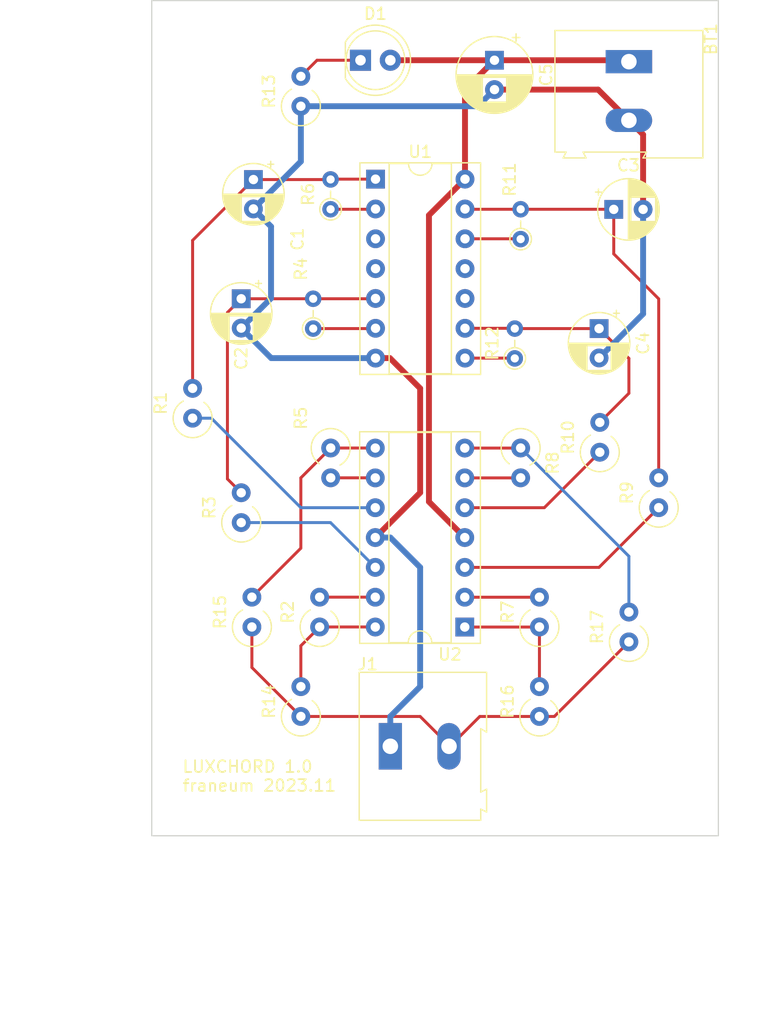
<source format=kicad_pcb>
(kicad_pcb (version 20211014) (generator pcbnew)
  (layers (0 "F.Cu" signal) (31 "B.Cu" signal) (34 "B.Paste" user) (35 "F.Paste" user) (36 "B.SilkS" user "B.Silkscreen") (37 "F.SilkS" user "F.Silkscreen") (38 "B.Mask" user) (39 "F.Mask" user) (44 "Edge.Cuts" user))
  (net 0 "")
  (net 1 "Net-(C1-Pad1)")
  (net 2 "Net-(C2-Pad1)")
  (net 3 "Net-(C3-Pad1)")
  (net 4 "Net-(C4-Pad1)")
  (net 5 "Net-(R14-Pad2)")
  (net 6 "Net-(R15-Pad2)")
  (net 7 "Net-(R16-Pad2)")
  (net 8 "Net-(R17-Pad2)")
  (net 9 "OUT")
  (net 10 "Net-(R2-Pad2)")
  (net 11 "Net-(R3-Pad1)")
  (net 12 "Net-(R1-Pad1)")
  (net 13 "Net-(R4-Pad1)")
  (net 14 "Net-(R5-Pad2)")
  (net 15 "VCC")
  (net 16 "Net-(R6-Pad1)")
  (net 17 "Earth")
  (net 18 "Net-(R7-Pad2)")
  (net 19 "Net-(R8-Pad2)")
  (net 20 "Net-(R9-Pad1)")
  (net 21 "Net-(R10-Pad1)")
  (net 22 "Net-(R11-Pad1)")
  (net 23 "Net-(R12-Pad1)")
  (net 24 "Net-(D1-Pad1)")
  (footprint "Resistor_THT:R_Axial_DIN0204_L3.6mm_D1.6mm_P2.54mm_Vertical" (layer "F.Cu") (at 105.08 78.73 90)
    (fp_text reference "R11" (at 5.07 -0.94 90) (layer "F.SilkS"))
    (fp_text value "R_Photo")
    (pad "1" thru_hole circle (at 0 0 90) (size 1.4 1.4) (drill 0.7) (layers *.Cu *.Mask) (net 22 "Net-(R11-Pad1)"))
    (pad "2" thru_hole oval (at 2.54 0 90) (size 1.4 1.4) (drill 0.7) (layers *.Cu *.Mask) (net 3 "Net-(C3-Pad1)"))
  )
  (footprint "Resistor_THT:R_Axial_DIN0309_L9.0mm_D3.2mm_P2.54mm_Vertical" (layer "F.Cu") (at 77.14 93.98 90)
    (fp_text reference "R1" (at 1.27 -2.72 90) (layer "F.SilkS"))
    (fp_text value "100k")
    (pad "1" thru_hole circle (at 0 0 90) (size 1.6 1.6) (drill 0.8) (layers *.Cu *.Mask) (net 12 "Net-(R1-Pad1)"))
    (pad "2" thru_hole oval (at 2.54 0 90) (size 1.6 1.6) (drill 0.8) (layers *.Cu *.Mask) (net 1 "Net-(C1-Pad1)"))
  )
  (footprint "TerminalBlock:TerminalBlock_Altech_AK300-2_P5.00mm" (layer "F.Cu") (at 114.3 63.62 -90)
    (fp_text reference "BT1" (at -1.92 -6.99 90) (layer "F.SilkS"))
    (fp_text value "Battery_Cell" hide)
    (pad "1" thru_hole rect (at 0 0 270) (size 1.98 3.96) (drill 1.32) (layers *.Cu *.Mask) (net 15 "VCC"))
    (pad "2" thru_hole oval (at 5 0 270) (size 1.98 3.96) (drill 1.32) (layers *.Cu *.Mask) (net 17 "Earth"))
  )
  (footprint "Resistor_THT:R_Axial_DIN0309_L9.0mm_D3.2mm_P2.54mm_Vertical" (layer "F.Cu") (at 116.84 101.6 90)
    (fp_text reference "R9" (at 1.27 -2.72 90) (layer "F.SilkS"))
    (fp_text value "100k")
    (pad "1" thru_hole circle (at 0 0 90) (size 1.6 1.6) (drill 0.8) (layers *.Cu *.Mask) (net 20 "Net-(R9-Pad1)"))
    (pad "2" thru_hole oval (at 2.54 0 90) (size 1.6 1.6) (drill 0.8) (layers *.Cu *.Mask) (net 3 "Net-(C3-Pad1)"))
  )
  (footprint "Resistor_THT:R_Axial_DIN0309_L9.0mm_D3.2mm_P2.54mm_Vertical" (layer "F.Cu") (at 106.68 119.38 90)
    (fp_text reference "R16" (at 1.27 -2.72 90) (layer "F.SilkS"))
    (fp_text value "1k")
    (pad "1" thru_hole circle (at 0 0 90) (size 1.6 1.6) (drill 0.8) (layers *.Cu *.Mask) (net 9 "OUT"))
    (pad "2" thru_hole oval (at 2.54 0 90) (size 1.6 1.6) (drill 0.8) (layers *.Cu *.Mask) (net 7 "Net-(R16-Pad2)"))
  )
  (footprint "Capacitor_THT:CP_Radial_D5.0mm_P2.50mm" (layer "F.Cu") (at 111.76 86.35 -90)
    (fp_text reference "C4" (at 1.25 -3.75 90) (layer "F.SilkS"))
    (fp_text value "22u")
    (pad "1" thru_hole rect (at 0 0 270) (size 1.6 1.6) (drill 0.8) (layers *.Cu *.Mask) (net 4 "Net-(C4-Pad1)"))
    (pad "2" thru_hole circle (at 2.5 0 270) (size 1.6 1.6) (drill 0.8) (layers *.Cu *.Mask) (net 17 "Earth"))
  )
  (footprint "Package_DIP:DIP-14_W7.62mm_Socket" (layer "F.Cu") (at 92.72 73.625)
    (fp_text reference "U1" (at 3.81 -2.33) (layer "F.SilkS"))
    (fp_text value "40106")
    (pad "1" thru_hole rect (at 0 0) (size 1.6 1.6) (drill 0.8) (layers *.Cu *.Mask) (net 1 "Net-(C1-Pad1)"))
    (pad "2" thru_hole oval (at 0 2.54) (size 1.6 1.6) (drill 0.8) (layers *.Cu *.Mask) (net 16 "Net-(R6-Pad1)"))
    (pad "3" thru_hole oval (at 0 5.08) (size 1.6 1.6) (drill 0.8) (layers *.Cu *.Mask))
    (pad "4" thru_hole oval (at 0 7.62) (size 1.6 1.6) (drill 0.8) (layers *.Cu *.Mask))
    (pad "5" thru_hole oval (at 0 10.16) (size 1.6 1.6) (drill 0.8) (layers *.Cu *.Mask) (net 2 "Net-(C2-Pad1)"))
    (pad "6" thru_hole oval (at 0 12.7) (size 1.6 1.6) (drill 0.8) (layers *.Cu *.Mask) (net 13 "Net-(R4-Pad1)"))
    (pad "7" thru_hole oval (at 0 15.24) (size 1.6 1.6) (drill 0.8) (layers *.Cu *.Mask) (net 17 "Earth"))
    (pad "8" thru_hole oval (at 7.62 15.24) (size 1.6 1.6) (drill 0.8) (layers *.Cu *.Mask) (net 23 "Net-(R12-Pad1)"))
    (pad "9" thru_hole oval (at 7.62 12.7) (size 1.6 1.6) (drill 0.8) (layers *.Cu *.Mask) (net 4 "Net-(C4-Pad1)"))
    (pad "10" thru_hole oval (at 7.62 10.16) (size 1.6 1.6) (drill 0.8) (layers *.Cu *.Mask))
    (pad "11" thru_hole oval (at 7.62 7.62) (size 1.6 1.6) (drill 0.8) (layers *.Cu *.Mask))
    (pad "12" thru_hole oval (at 7.62 5.08) (size 1.6 1.6) (drill 0.8) (layers *.Cu *.Mask) (net 22 "Net-(R11-Pad1)"))
    (pad "13" thru_hole oval (at 7.62 2.54) (size 1.6 1.6) (drill 0.8) (layers *.Cu *.Mask) (net 3 "Net-(C3-Pad1)"))
    (pad "14" thru_hole oval (at 7.62 0) (size 1.6 1.6) (drill 0.8) (layers *.Cu *.Mask) (net 15 "VCC"))
  )
  (footprint "Resistor_THT:R_Axial_DIN0309_L9.0mm_D3.2mm_P2.54mm_Vertical" (layer "F.Cu") (at 81.28 102.87 90)
    (fp_text reference "R3" (at 1.27 -2.72 90) (layer "F.SilkS"))
    (fp_text value "100k")
    (pad "1" thru_hole circle (at 0 0 90) (size 1.6 1.6) (drill 0.8) (layers *.Cu *.Mask) (net 11 "Net-(R3-Pad1)"))
    (pad "2" thru_hole oval (at 2.54 0 90) (size 1.6 1.6) (drill 0.8) (layers *.Cu *.Mask) (net 2 "Net-(C2-Pad1)"))
  )
  (footprint "Capacitor_THT:CP_Radial_D5.0mm_P2.50mm" (layer "F.Cu") (at 113.01 76.2)
    (fp_text reference "C3" (at 1.25 -3.75) (layer "F.SilkS"))
    (fp_text value "22u")
    (pad "1" thru_hole rect (at 0 0) (size 1.6 1.6) (drill 0.8) (layers *.Cu *.Mask) (net 3 "Net-(C3-Pad1)"))
    (pad "2" thru_hole circle (at 2.5 0) (size 1.6 1.6) (drill 0.8) (layers *.Cu *.Mask) (net 17 "Earth"))
  )
  (footprint "Capacitor_THT:CP_Radial_D5.0mm_P2.50mm" (layer "F.Cu") (at 82.32 73.66 -90)
    (fp_text reference "C1" (at 5.08 -3.75 90) (layer "F.SilkS"))
    (fp_text value "22u")
    (pad "1" thru_hole rect (at 0 0 270) (size 1.6 1.6) (drill 0.8) (layers *.Cu *.Mask) (net 1 "Net-(C1-Pad1)"))
    (pad "2" thru_hole circle (at 2.5 0 270) (size 1.6 1.6) (drill 0.8) (layers *.Cu *.Mask) (net 17 "Earth"))
  )
  (footprint "Capacitor_THT:CP_Radial_D5.0mm_P2.50mm" (layer "F.Cu") (at 81.28 83.81 -90)
    (fp_text reference "C2" (at 5.09 0 -270) (layer "F.SilkS"))
    (fp_text value "22u")
    (pad "1" thru_hole rect (at 0 0 270) (size 1.6 1.6) (drill 0.8) (layers *.Cu *.Mask) (net 2 "Net-(C2-Pad1)"))
    (pad "2" thru_hole circle (at 2.5 0 270) (size 1.6 1.6) (drill 0.8) (layers *.Cu *.Mask) (net 17 "Earth"))
  )
  (footprint "LED_THT:LED_D5.0mm_Clear" (layer "F.Cu") (at 91.44 63.5)
    (fp_text reference "D1" (at 1.27 -3.96) (layer "F.SilkS"))
    (fp_text value "LED")
    (pad "1" thru_hole rect (at 0 0) (size 1.8 1.8) (drill 0.9) (layers *.Cu *.Mask) (net 24 "Net-(D1-Pad1)"))
    (pad "2" thru_hole circle (at 2.54 0) (size 1.8 1.8) (drill 0.9) (layers *.Cu *.Mask) (net 15 "VCC"))
  )
  (footprint "Resistor_THT:R_Axial_DIN0309_L9.0mm_D3.2mm_P2.54mm_Vertical" (layer "F.Cu") (at 105.08 96.52 -90)
    (fp_text reference "R8" (at 1.27 -2.72 90) (layer "F.SilkS"))
    (fp_text value "100k")
    (pad "1" thru_hole circle (at 0 0 270) (size 1.6 1.6) (drill 0.8) (layers *.Cu *.Mask) (net 8 "Net-(R17-Pad2)"))
    (pad "2" thru_hole oval (at 2.54 0 270) (size 1.6 1.6) (drill 0.8) (layers *.Cu *.Mask) (net 19 "Net-(R8-Pad2)"))
  )
  (footprint "Capacitor_THT:CP_Radial_D6.3mm_P2.50mm" (layer "F.Cu") (at 102.85 63.5 -90)
    (fp_text reference "C5" (at 1.25 -4.4 90) (layer "F.SilkS"))
    (fp_text value "220u")
    (pad "1" thru_hole rect (at 0 0 270) (size 1.6 1.6) (drill 0.8) (layers *.Cu *.Mask) (net 15 "VCC"))
    (pad "2" thru_hole circle (at 2.5 0 270) (size 1.6 1.6) (drill 0.8) (layers *.Cu *.Mask) (net 17 "Earth"))
  )
  (footprint "Resistor_THT:R_Axial_DIN0309_L9.0mm_D3.2mm_P2.54mm_Vertical" (layer "F.Cu") (at 86.36 67.415859 90)
    (fp_text reference "R13" (at 1.27 -2.72 90) (layer "F.SilkS"))
    (fp_text value "1k")
    (pad "1" thru_hole circle (at 0 0 90) (size 1.6 1.6) (drill 0.8) (layers *.Cu *.Mask) (net 17 "Earth"))
    (pad "2" thru_hole oval (at 2.54 0 90) (size 1.6 1.6) (drill 0.8) (layers *.Cu *.Mask) (net 24 "Net-(D1-Pad1)"))
  )
  (footprint "Resistor_THT:R_Axial_DIN0309_L9.0mm_D3.2mm_P2.54mm_Vertical" (layer "F.Cu") (at 106.68 111.76 90)
    (fp_text reference "R7" (at 1.27 -2.72 90) (layer "F.SilkS"))
    (fp_text value "100k")
    (pad "1" thru_hole circle (at 0 0 90) (size 1.6 1.6) (drill 0.8) (layers *.Cu *.Mask) (net 7 "Net-(R16-Pad2)"))
    (pad "2" thru_hole oval (at 2.54 0 90) (size 1.6 1.6) (drill 0.8) (layers *.Cu *.Mask) (net 18 "Net-(R7-Pad2)"))
  )
  (footprint "Resistor_THT:R_Axial_DIN0204_L3.6mm_D1.6mm_P2.54mm_Vertical" (layer "F.Cu") (at 88.89 76.19 90)
    (fp_text reference "R6" (at 1.27 -1.92 90) (layer "F.SilkS"))
    (fp_text value "R_Photo")
    (pad "1" thru_hole circle (at 0 0 90) (size 1.4 1.4) (drill 0.7) (layers *.Cu *.Mask) (net 16 "Net-(R6-Pad1)"))
    (pad "2" thru_hole oval (at 2.54 0 90) (size 1.4 1.4) (drill 0.7) (layers *.Cu *.Mask) (net 1 "Net-(C1-Pad1)"))
  )
  (footprint "MountingHole:MountingHole_3.2mm_M3" (layer "F.Cu") (at 78.74 63.5)
    (fp_text reference "" (at 0 -4.2) (layer "F.SilkS"))
    (fp_text value "MountingHole_3.2mm_M3")
    (pad "" np_thru_hole circle (at 0 0) (size 3.2 3.2) (drill 3.2) (layers *.Cu *.Mask))
  )
  (footprint "Resistor_THT:R_Axial_DIN0204_L3.6mm_D1.6mm_P2.54mm_Vertical" (layer "F.Cu") (at 87.41 86.35 90)
    (fp_text reference "R4" (at 5.07 -1.05 90) (layer "F.SilkS"))
    (fp_text value "R_Photo")
    (pad "1" thru_hole circle (at 0 0 90) (size 1.4 1.4) (drill 0.7) (layers *.Cu *.Mask) (net 13 "Net-(R4-Pad1)"))
    (pad "2" thru_hole oval (at 2.54 0 90) (size 1.4 1.4) (drill 0.7) (layers *.Cu *.Mask) (net 2 "Net-(C2-Pad1)"))
  )
  (footprint "Resistor_THT:R_Axial_DIN0309_L9.0mm_D3.2mm_P2.54mm_Vertical" (layer "F.Cu") (at 87.96 111.76 90)
    (fp_text reference "R2" (at 1.27 -2.72 90) (layer "F.SilkS"))
    (fp_text value "100k")
    (pad "1" thru_hole circle (at 0 0 90) (size 1.6 1.6) (drill 0.8) (layers *.Cu *.Mask) (net 5 "Net-(R14-Pad2)"))
    (pad "2" thru_hole oval (at 2.54 0 90) (size 1.6 1.6) (drill 0.8) (layers *.Cu *.Mask) (net 10 "Net-(R2-Pad2)"))
  )
  (footprint "MountingHole:MountingHole_3.2mm_M3" (layer "F.Cu") (at 116.84 124.46)
    (fp_text reference "" (at -55.88 20.85) (layer "F.SilkS"))
    (fp_text value "MountingHole_3.2mm_M3")
    (pad "" np_thru_hole circle (at 0 0) (size 3.2 3.2) (drill 3.2) (layers *.Cu *.Mask))
  )
  (footprint "Package_DIP:DIP-14_W7.62mm_Socket" (layer "F.Cu") (at 100.32 111.765 180)
    (fp_text reference "U2" (at 1.26 -2.33) (layer "F.SilkS"))
    (fp_text value "LM324")
    (pad "1" thru_hole rect (at 0 0 180) (size 1.6 1.6) (drill 0.8) (layers *.Cu *.Mask) (net 7 "Net-(R16-Pad2)"))
    (pad "2" thru_hole oval (at 0 2.54 180) (size 1.6 1.6) (drill 0.8) (layers *.Cu *.Mask) (net 18 "Net-(R7-Pad2)"))
    (pad "3" thru_hole oval (at 0 5.08 180) (size 1.6 1.6) (drill 0.8) (layers *.Cu *.Mask) (net 20 "Net-(R9-Pad1)"))
    (pad "4" thru_hole oval (at 0 7.62 180) (size 1.6 1.6) (drill 0.8) (layers *.Cu *.Mask) (net 15 "VCC"))
    (pad "5" thru_hole oval (at 0 10.16 180) (size 1.6 1.6) (drill 0.8) (layers *.Cu *.Mask) (net 21 "Net-(R10-Pad1)"))
    (pad "6" thru_hole oval (at 0 12.7 180) (size 1.6 1.6) (drill 0.8) (layers *.Cu *.Mask) (net 19 "Net-(R8-Pad2)"))
    (pad "7" thru_hole oval (at 0 15.24 180) (size 1.6 1.6) (drill 0.8) (layers *.Cu *.Mask) (net 8 "Net-(R17-Pad2)"))
    (pad "8" thru_hole oval (at 7.62 15.24 180) (size 1.6 1.6) (drill 0.8) (layers *.Cu *.Mask) (net 6 "Net-(R15-Pad2)"))
    (pad "9" thru_hole oval (at 7.62 12.7 180) (size 1.6 1.6) (drill 0.8) (layers *.Cu *.Mask) (net 14 "Net-(R5-Pad2)"))
    (pad "10" thru_hole oval (at 7.62 10.16 180) (size 1.6 1.6) (drill 0.8) (layers *.Cu *.Mask) (net 12 "Net-(R1-Pad1)"))
    (pad "11" thru_hole oval (at 7.62 7.62 180) (size 1.6 1.6) (drill 0.8) (layers *.Cu *.Mask) (net 17 "Earth"))
    (pad "12" thru_hole oval (at 7.62 5.08 180) (size 1.6 1.6) (drill 0.8) (layers *.Cu *.Mask) (net 11 "Net-(R3-Pad1)"))
    (pad "13" thru_hole oval (at 7.62 2.54 180) (size 1.6 1.6) (drill 0.8) (layers *.Cu *.Mask) (net 10 "Net-(R2-Pad2)"))
    (pad "14" thru_hole oval (at 7.62 0 180) (size 1.6 1.6) (drill 0.8) (layers *.Cu *.Mask) (net 5 "Net-(R14-Pad2)"))
  )
  (footprint "Resistor_THT:R_Axial_DIN0309_L9.0mm_D3.2mm_P2.54mm_Vertical" (layer "F.Cu") (at 111.82138 96.878865 90)
    (fp_text reference "R10" (at 1.27 -2.72 90) (layer "F.SilkS"))
    (fp_text value "100k")
    (pad "1" thru_hole circle (at 0 0 90) (size 1.6 1.6) (drill 0.8) (layers *.Cu *.Mask) (net 21 "Net-(R10-Pad1)"))
    (pad "2" thru_hole oval (at 2.54 0 90) (size 1.6 1.6) (drill 0.8) (layers *.Cu *.Mask) (net 4 "Net-(C4-Pad1)"))
  )
  (footprint "Resistor_THT:R_Axial_DIN0309_L9.0mm_D3.2mm_P2.54mm_Vertical" (layer "F.Cu") (at 86.36 119.38 90)
    (fp_text reference "R14" (at 1.27 -2.72 90) (layer "F.SilkS"))
    (fp_text value "1k")
    (pad "1" thru_hole circle (at 0 0 90) (size 1.6 1.6) (drill 0.8) (layers *.Cu *.Mask) (net 9 "OUT"))
    (pad "2" thru_hole oval (at 2.54 0 90) (size 1.6 1.6) (drill 0.8) (layers *.Cu *.Mask) (net 5 "Net-(R14-Pad2)"))
  )
  (footprint "Resistor_THT:R_Axial_DIN0204_L3.6mm_D1.6mm_P2.54mm_Vertical" (layer "F.Cu") (at 104.58 88.89 90)
    (fp_text reference "R12" (at 1.27 -1.92 90) (layer "F.SilkS"))
    (fp_text value "R_Photo")
    (pad "1" thru_hole circle (at 0 0 90) (size 1.4 1.4) (drill 0.7) (layers *.Cu *.Mask) (net 23 "Net-(R12-Pad1)"))
    (pad "2" thru_hole oval (at 2.54 0 90) (size 1.4 1.4) (drill 0.7) (layers *.Cu *.Mask) (net 4 "Net-(C4-Pad1)"))
  )
  (footprint "Resistor_THT:R_Axial_DIN0309_L9.0mm_D3.2mm_P2.54mm_Vertical" (layer "F.Cu") (at 82.19 111.76 90)
    (fp_text reference "R15" (at 1.27 -2.72 90) (layer "F.SilkS"))
    (fp_text value "1k")
    (pad "1" thru_hole circle (at 0 0 90) (size 1.6 1.6) (drill 0.8) (layers *.Cu *.Mask) (net 9 "OUT"))
    (pad "2" thru_hole oval (at 2.54 0 90) (size 1.6 1.6) (drill 0.8) (layers *.Cu *.Mask) (net 6 "Net-(R15-Pad2)"))
  )
  (footprint "Resistor_THT:R_Axial_DIN0309_L9.0mm_D3.2mm_P2.54mm_Vertical" (layer "F.Cu") (at 88.9 96.52 -90)
    (fp_text reference "R5" (at -2.54 2.54 90) (layer "F.SilkS"))
    (fp_text value "100k")
    (pad "1" thru_hole circle (at 0 0 270) (size 1.6 1.6) (drill 0.8) (layers *.Cu *.Mask) (net 6 "Net-(R15-Pad2)"))
    (pad "2" thru_hole oval (at 2.54 0 270) (size 1.6 1.6) (drill 0.8) (layers *.Cu *.Mask) (net 14 "Net-(R5-Pad2)"))
  )
  (footprint "TerminalBlock:TerminalBlock_Altech_AK300-2_P5.00mm" (layer "F.Cu") (at 93.98 121.92)
    (fp_text reference "J1" (at -1.92 -6.99) (layer "F.SilkS"))
    (fp_text value "Screw_Terminal_01x02" hide)
    (pad "1" thru_hole rect (at 0 0) (size 1.98 3.96) (drill 1.32) (layers *.Cu *.Mask) (net 17 "Earth"))
    (pad "2" thru_hole oval (at 5 0) (size 1.98 3.96) (drill 1.32) (layers *.Cu *.Mask) (net 9 "OUT"))
  )
  (footprint "Resistor_THT:R_Axial_DIN0309_L9.0mm_D3.2mm_P2.54mm_Vertical" (layer "F.Cu") (at 114.3 113.03 90)
    (fp_text reference "R17" (at 1.27 -2.72 90) (layer "F.SilkS"))
    (fp_text value "1k")
    (pad "1" thru_hole circle (at 0 0 90) (size 1.6 1.6) (drill 0.8) (layers *.Cu *.Mask) (net 9 "OUT"))
    (pad "2" thru_hole oval (at 2.54 0 90) (size 1.6 1.6) (drill 0.8) (layers *.Cu *.Mask) (net 8 "Net-(R17-Pad2)"))
  )
  (gr_rect (start 73.66 58.42) (end 121.92 129.54) (layer "Edge.Cuts") (width 0.1) (fill none))
  (gr_text "LUXCHORD 1.0\nfraneum 2023.11" (at 76.2 124.46) (layer "F.SilkS") (effects (font (size 1 1)) (justify left)))
  (segment (start 88.88 73.66) (end 88.89 73.65) (width 0.25) (layer "F.Cu") (net 1))
  (segment (start 92.72 73.625) (end 88.915 73.625) (width 0.25) (layer "F.Cu") (net 1))
  (segment (start 77.14 78.84) (end 77.14 91.44) (width 0.25) (layer "F.Cu") (net 1))
  (segment (start 88.915 73.625) (end 88.89 73.65) (width 0.25) (layer "F.Cu") (net 1))
  (segment (start 82.32 73.66) (end 77.14 78.84) (width 0.25) (layer "F.Cu") (net 1))
  (segment (start 82.32 73.66) (end 88.88 73.66) (width 0.25) (layer "F.Cu") (net 1))
  (segment (start 81.28 83.81) (end 87.41 83.81) (width 0.25) (layer "F.Cu") (net 2))
  (segment (start 92.695 83.81) (end 92.72 83.785) (width 0.25) (layer "F.Cu") (net 2))
  (segment (start 80.105 84.985) (end 80.105 99.155) (width 0.25) (layer "F.Cu") (net 2))
  (segment (start 81.28 83.81) (end 80.105 84.985) (width 0.25) (layer "F.Cu") (net 2))
  (segment (start 87.41 83.81) (end 92.695 83.81) (width 0.25) (layer "F.Cu") (net 2))
  (segment (start 80.105 99.155) (end 81.28 100.33) (width 0.25) (layer "F.Cu") (net 2))
  (segment (start 100.365 76.19) (end 100.34 76.165) (width 0.25) (layer "F.Cu") (net 3))
  (segment (start 113.01 79.99) (end 116.84 83.82) (width 0.25) (layer "F.Cu") (net 3))
  (segment (start 105.08 76.19) (end 113 76.19) (width 0.25) (layer "F.Cu") (net 3))
  (segment (start 113.01 76.2) (end 113.01 79.99) (width 0.25) (layer "F.Cu") (net 3))
  (segment (start 113 76.19) (end 113.01 76.2) (width 0.25) (layer "F.Cu") (net 3))
  (segment (start 105.08 76.19) (end 100.365 76.19) (width 0.25) (layer "F.Cu") (net 3))
  (segment (start 116.84 83.82) (end 116.84 99.06) (width 0.25) (layer "F.Cu") (net 3))
  (segment (start 114.3 91.860245) (end 111.82138 94.338865) (width 0.25) (layer "F.Cu") (net 4))
  (segment (start 111.76 86.35) (end 114.3 88.89) (width 0.25) (layer "F.Cu") (net 4))
  (segment (start 114.3 88.89) (end 114.3 91.860245) (width 0.25) (layer "F.Cu") (net 4))
  (segment (start 104.555 86.325) (end 104.58 86.35) (width 0.25) (layer "F.Cu") (net 4))
  (segment (start 111.76 86.35) (end 104.58 86.35) (width 0.25) (layer "F.Cu") (net 4))
  (segment (start 100.34 86.325) (end 104.555 86.325) (width 0.25) (layer "F.Cu") (net 4))
  (segment (start 86.36 116.84) (end 86.36 113.36) (width 0.25) (layer "F.Cu") (net 5))
  (segment (start 92.695 111.76) (end 92.7 111.765) (width 0.25) (layer "F.Cu") (net 5))
  (segment (start 87.96 111.76) (end 92.695 111.76) (width 0.25) (layer "F.Cu") (net 5))
  (segment (start 86.36 113.36) (end 87.96 111.76) (width 0.25) (layer "F.Cu") (net 5))
  (segment (start 92.695 96.52) (end 92.7 96.525) (width 0.25) (layer "F.Cu") (net 6))
  (segment (start 86.36 99.06) (end 88.9 96.52) (width 0.25) (layer "F.Cu") (net 6))
  (segment (start 88.9 96.52) (end 92.695 96.52) (width 0.25) (layer "F.Cu") (net 6))
  (segment (start 86.36 105.05) (end 86.36 99.06) (width 0.25) (layer "F.Cu") (net 6))
  (segment (start 82.19 109.22) (end 86.36 105.05) (width 0.25) (layer "F.Cu") (net 6))
  (segment (start 100.32 111.765) (end 106.675 111.765) (width 0.25) (layer "F.Cu") (net 7))
  (segment (start 106.675 111.765) (end 106.68 111.76) (width 0.25) (layer "F.Cu") (net 7))
  (segment (start 106.68 116.84) (end 106.68 111.76) (width 0.25) (layer "F.Cu") (net 7))
  (segment (start 100.32 96.525) (end 105.075 96.525) (width 0.25) (layer "F.Cu") (net 8))
  (segment (start 105.075 96.525) (end 105.08 96.52) (width 0.25) (layer "F.Cu") (net 8))
  (segment (start 114.3 105.74) (end 114.3 110.49) (width 0.25) (layer "B.Cu") (net 8))
  (segment (start 105.08 96.52) (end 114.3 105.74) (width 0.25) (layer "B.Cu") (net 8))
  (segment (start 99.06 121.92) (end 101.6 119.38) (width 0.25) (layer "F.Cu") (net 9))
  (segment (start 82.19 115.21) (end 86.36 119.38) (width 0.25) (layer "F.Cu") (net 9))
  (segment (start 98.98 121.84) (end 98.98 121.92) (width 0.25) (layer "F.Cu") (net 9))
  (segment (start 106.68 119.38) (end 107.95 119.38) (width 0.25) (layer "F.Cu") (net 9))
  (segment (start 107.95 119.38) (end 114.3 113.03) (width 0.25) (layer "F.Cu") (net 9))
  (segment (start 86.36 119.38) (end 96.52 119.38) (width 0.25) (layer "F.Cu") (net 9))
  (segment (start 96.52 119.38) (end 98.98 121.84) (width 0.25) (layer "F.Cu") (net 9))
  (segment (start 82.19 111.76) (end 82.19 115.21) (width 0.25) (layer "F.Cu") (net 9))
  (segment (start 101.6 119.38) (end 106.68 119.38) (width 0.25) (layer "F.Cu") (net 9))
  (segment (start 98.98 121.92) (end 99.06 121.92) (width 0.25) (layer "F.Cu") (net 9))
  (segment (start 92.695 109.22) (end 92.7 109.225) (width 0.25) (layer "F.Cu") (net 10))
  (segment (start 87.96 109.22) (end 92.695 109.22) (width 0.25) (layer "F.Cu") (net 10))
  (segment (start 81.28 102.87) (end 88.885 102.87) (width 0.25) (layer "B.Cu") (net 11))
  (segment (start 88.885 102.87) (end 92.7 106.685) (width 0.25) (layer "B.Cu") (net 11))
  (segment (start 78.74 93.98) (end 86.365 101.605) (width 0.25) (layer "B.Cu") (net 12))
  (segment (start 86.365 101.605) (end 92.7 101.605) (width 0.25) (layer "B.Cu") (net 12))
  (segment (start 78.74 93.98) (end 77.14 93.98) (width 0.25) (layer "B.Cu") (net 12))
  (segment (start 87.41 86.35) (end 92.695 86.35) (width 0.25) (layer "F.Cu") (net 13))
  (segment (start 92.695 86.35) (end 92.72 86.325) (width 0.25) (layer "F.Cu") (net 13))
  (segment (start 92.695 99.06) (end 92.7 99.065) (width 0.25) (layer "F.Cu") (net 14))
  (segment (start 88.9 99.06) (end 92.695 99.06) (width 0.25) (layer "F.Cu") (net 14))
  (segment (start 97.27 101.095) (end 97.27 76.695) (width 0.5) (layer "F.Cu") (net 15))
  (segment (start 102.85 63.5) (end 100.34 66.01) (width 0.5) (layer "F.Cu") (net 15))
  (segment (start 100.32 104.145) (end 97.27 101.095) (width 0.5) (layer "F.Cu") (net 15))
  (segment (start 100.34 66.01) (end 100.34 73.625) (width 0.5) (layer "F.Cu") (net 15))
  (segment (start 114.18 63.5) (end 114.3 63.62) (width 0.5) (layer "F.Cu") (net 15))
  (segment (start 97.27 76.695) (end 100.34 73.625) (width 0.5) (layer "F.Cu") (net 15))
  (segment (start 102.85 63.5) (end 93.98 63.5) (width 0.5) (layer "F.Cu") (net 15))
  (segment (start 102.85 63.5) (end 114.18 63.5) (width 0.5) (layer "F.Cu") (net 15))
  (segment (start 88.89 76.19) (end 92.695 76.19) (width 0.25) (layer "F.Cu") (net 16))
  (segment (start 92.695 76.19) (end 92.72 76.165) (width 0.25) (layer "F.Cu") (net 16))
  (segment (start 115.51 76.2) (end 115.51 69.83) (width 0.5) (layer "F.Cu") (net 17))
  (segment (start 115.51 69.83) (end 114.3 68.62) (width 0.5) (layer "F.Cu") (net 17))
  (segment (start 96.52 91.44) (end 96.52 100.325) (width 0.5) (layer "F.Cu") (net 17))
  (segment (start 92.72 88.865) (end 93.945 88.865) (width 0.5) (layer "F.Cu") (net 17))
  (segment (start 96.52 100.325) (end 92.7 104.145) (width 0.5) (layer "F.Cu") (net 17))
  (segment (start 111.68 66) (end 114.3 68.62) (width 0.5) (layer "F.Cu") (net 17))
  (segment (start 93.945 88.865) (end 96.52 91.44) (width 0.5) (layer "F.Cu") (net 17))
  (segment (start 102.85 66) (end 111.68 66) (width 0.5) (layer "F.Cu") (net 17))
  (segment (start 83.835 88.865) (end 92.72 88.865) (width 0.5) (layer "B.Cu") (net 17))
  (segment (start 83.82 83.77) (end 81.28 86.31) (width 0.5) (layer "B.Cu") (net 17))
  (segment (start 86.36 67.415859) (end 101.434141 67.415859) (width 0.5) (layer "B.Cu") (net 17))
  (segment (start 86.36 67.415859) (end 86.36 72.12) (width 0.5) (layer "B.Cu") (net 17))
  (segment (start 96.52 106.68) (end 93.985 104.145) (width 0.5) (layer "B.Cu") (net 17))
  (segment (start 82.32 76.16) (end 83.82 77.66) (width 0.5) (layer "B.Cu") (net 17))
  (segment (start 96.52 116.84) (end 96.52 106.68) (width 0.5) (layer "B.Cu") (net 17))
  (segment (start 101.434141 67.415859) (end 102.85 66) (width 0.5) (layer "B.Cu") (net 17))
  (segment (start 83.82 77.66) (end 83.82 83.77) (width 0.5) (layer "B.Cu") (net 17))
  (segment (start 93.98 119.38) (end 96.52 116.84) (width 0.5) (layer "B.Cu") (net 17))
  (segment (start 93.98 121.92) (end 93.98 119.38) (width 0.5) (layer "B.Cu") (net 17))
  (segment (start 86.36 72.12) (end 82.32 76.16) (width 0.5) (layer "B.Cu") (net 17))
  (segment (start 93.985 104.145) (end 92.7 104.145) (width 0.5) (layer "B.Cu") (net 17))
  (segment (start 115.51 85.1) (end 111.76 88.85) (width 0.5) (layer "B.Cu") (net 17))
  (segment (start 115.51 76.2) (end 115.51 85.1) (width 0.5) (layer "B.Cu") (net 17))
  (segment (start 81.28 86.31) (end 83.835 88.865) (width 0.5) (layer "B.Cu") (net 17))
  (segment (start 100.32 109.225) (end 106.675 109.225) (width 0.25) (layer "F.Cu") (net 18))
  (segment (start 106.675 109.225) (end 106.68 109.22) (width 0.25) (layer "F.Cu") (net 18))
  (segment (start 100.32 99.065) (end 105.075 99.065) (width 0.25) (layer "F.Cu") (net 19))
  (segment (start 105.075 99.065) (end 105.08 99.06) (width 0.25) (layer "F.Cu") (net 19))
  (segment (start 111.755 106.685) (end 100.32 106.685) (width 0.25) (layer "F.Cu") (net 20))
  (segment (start 116.84 101.6) (end 111.755 106.685) (width 0.25) (layer "F.Cu") (net 20))
  (segment (start 111.82138 96.878865) (end 107.095245 101.605) (width 0.25) (layer "F.Cu") (net 21))
  (segment (start 107.095245 101.605) (end 100.32 101.605) (width 0.25) (layer "F.Cu") (net 21))
  (segment (start 105.055 78.705) (end 105.08 78.73) (width 0.25) (layer "F.Cu") (net 22))
  (segment (start 100.34 78.705) (end 105.055 78.705) (width 0.25) (layer "F.Cu") (net 22))
  (segment (start 104.555 88.865) (end 104.58 88.89) (width 0.25) (layer "F.Cu") (net 23))
  (segment (start 100.34 88.865) (end 104.555 88.865) (width 0.25) (layer "F.Cu") (net 23))
  (segment (start 91.44 63.5) (end 87.735859 63.5) (width 0.25) (layer "F.Cu") (net 24))
  (segment (start 87.735859 63.5) (end 86.36 64.875859) (width 0.25) (layer "F.Cu") (net 24))
)
</source>
